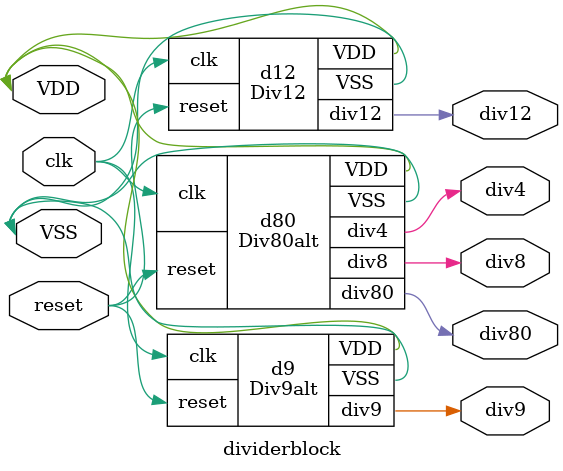
<source format=v>


module Div9alt ( reset, clk, div9, VDD, VSS );
  input reset, clk;
  output div9;
  inout VDD,  VSS;
  wire   N0, N1, midC, midD, N2, midA, midB, N3, N4, t1, N5, N6, N7, N8, N9,
         N10, N11, N12, N13, N14, N15, N16, N17, N18, N19, t2, N20, N21, N22,
         N23, N24, N25, N26, N27;

  \**SEQGEN**  midC_reg ( .clear(1'b0), .preset(1'b0), .next_state(N12), 
        .clocked_on(clk), .data_in(1'b0), .enable(1'b0), .Q(midC), 
        .synch_clear(1'b0), .synch_preset(1'b0), .synch_toggle(1'b0), 
        .synch_enable(1'b1) );
  \**SEQGEN**  midD_reg ( .clear(1'b0), .preset(1'b0), .next_state(N13), 
        .clocked_on(clk), .data_in(1'b0), .enable(1'b0), .Q(midD), 
        .synch_clear(1'b0), .synch_preset(1'b0), .synch_toggle(1'b0), 
        .synch_enable(1'b1) );
  \**SEQGEN**  t1_reg ( .clear(1'b0), .preset(1'b0), .next_state(N15), 
        .clocked_on(clk), .data_in(1'b0), .enable(1'b0), .Q(t1), .synch_clear(
        1'b0), .synch_preset(1'b0), .synch_toggle(1'b0), .synch_enable(N14) );
  \**SEQGEN**  midA_reg ( .clear(1'b0), .preset(1'b0), .next_state(N10), 
        .clocked_on(clk), .data_in(1'b0), .enable(1'b0), .Q(midA), 
        .synch_clear(1'b0), .synch_preset(1'b0), .synch_toggle(1'b0), 
        .synch_enable(1'b1) );
  \**SEQGEN**  midB_reg ( .clear(1'b0), .preset(1'b0), .next_state(N11), 
        .clocked_on(clk), .data_in(1'b0), .enable(1'b0), .Q(midB), 
        .synch_clear(1'b0), .synch_preset(1'b0), .synch_toggle(1'b0), 
        .synch_enable(1'b1) );
  \**SEQGEN**  t2_reg ( .clear(1'b0), .preset(1'b0), .next_state(N22), 
        .clocked_on(N16), .data_in(1'b0), .enable(1'b0), .Q(t2), .synch_clear(
        1'b0), .synch_preset(1'b0), .synch_toggle(1'b0), .synch_enable(N21) );
  SELECT_OP C51 ( .DATA1(1'b0), .DATA2(N7), .CONTROL1(N0), .CONTROL2(N1), .Z(
        N10) );
  GTECH_BUF B_0 ( .A(N4), .Z(N0) );
  GTECH_BUF B_1 ( .A(reset), .Z(N1) );
  SELECT_OP C52 ( .DATA1(1'b0), .DATA2(N6), .CONTROL1(N0), .CONTROL2(N1), .Z(
        N11) );
  SELECT_OP C53 ( .DATA1(1'b0), .DATA2(N5), .CONTROL1(N0), .CONTROL2(N1), .Z(
        N12) );
  SELECT_OP C54 ( .DATA1(1'b0), .DATA2(N2), .CONTROL1(N0), .CONTROL2(N1), .Z(
        N13) );
  SELECT_OP C55 ( .DATA1(1'b1), .DATA2(N8), .CONTROL1(N0), .CONTROL2(N1), .Z(
        N14) );
  SELECT_OP C56 ( .DATA1(1'b0), .DATA2(N9), .CONTROL1(N0), .CONTROL2(N1), .Z(
        N15) );
  SELECT_OP C57 ( .DATA1(1'b1), .DATA2(1'b1), .DATA3(1'b0), .CONTROL1(N0), 
        .CONTROL2(N23), .CONTROL3(N19), .Z(N21) );
  SELECT_OP C58 ( .DATA1(1'b0), .DATA2(N20), .CONTROL1(N0), .CONTROL2(N23), 
        .Z(N22) );
  GTECH_NOT I_0 ( .A(midC), .Z(N2) );
  GTECH_NOT I_1 ( .A(midB), .Z(N3) );
  GTECH_NOT I_2 ( .A(reset), .Z(N4) );
  GTECH_AND2 C66 ( .A(midA), .B(N24), .Z(N5) );
  GTECH_OR2 C67 ( .A(N3), .B(midC), .Z(N24) );
  GTECH_XOR2 C68 ( .A(midA), .B(midD), .Z(N6) );
  GTECH_OR2 C69 ( .A(N25), .B(N26), .Z(N7) );
  GTECH_AND2 C70 ( .A(midA), .B(N3), .Z(N25) );
  GTECH_AND2 C71 ( .A(midB), .B(midD), .Z(N26) );
  GTECH_AND2 C72 ( .A(N2), .B(N27), .Z(N8) );
  GTECH_NOT I_3 ( .A(midD), .Z(N27) );
  GTECH_NOT I_4 ( .A(t1), .Z(N9) );
  GTECH_NOT I_5 ( .A(clk), .Z(N16) );
  GTECH_AND2 C77 ( .A(midC), .B(midD), .Z(N17) );
  GTECH_OR2 C79 ( .A(N17), .B(N4), .Z(N18) );
  GTECH_NOT I_6 ( .A(N18), .Z(N19) );
  GTECH_NOT I_7 ( .A(t2), .Z(N20) );
  GTECH_AND2 C83 ( .A(N17), .B(reset), .Z(N23) );
  GTECH_XOR2 C84 ( .A(t1), .B(t2), .Z(div9) );
endmodule


module Div12 ( reset, clk, div12, VDD, VSS );
  input reset, clk;
  output div12;
  inout VDD,  VSS;
  wire   N0, N1, N2, N3, N4, N5, N6, N7, N8, N9, N10, N11;
  wire   [2:0] count;

  \**SEQGEN**  div12_reg ( .clear(1'b0), .preset(1'b0), .next_state(N10), 
        .clocked_on(clk), .data_in(1'b0), .enable(1'b0), .Q(div12), 
        .synch_clear(1'b0), .synch_preset(1'b0), .synch_toggle(1'b0), 
        .synch_enable(N9) );
  \**SEQGEN**  \count_reg[2]  ( .clear(1'b0), .preset(1'b0), .next_state(N8), 
        .clocked_on(clk), .data_in(1'b0), .enable(1'b0), .Q(count[2]), 
        .synch_clear(1'b0), .synch_preset(1'b0), .synch_toggle(1'b0), 
        .synch_enable(1'b1) );
  \**SEQGEN**  \count_reg[1]  ( .clear(1'b0), .preset(1'b0), .next_state(N7), 
        .clocked_on(clk), .data_in(1'b0), .enable(1'b0), .Q(count[1]), 
        .synch_clear(1'b0), .synch_preset(1'b0), .synch_toggle(1'b0), 
        .synch_enable(1'b1) );
  \**SEQGEN**  \count_reg[0]  ( .clear(1'b0), .preset(1'b0), .next_state(N6), 
        .clocked_on(clk), .data_in(1'b0), .enable(1'b0), .Q(count[0]), 
        .synch_clear(1'b0), .synch_preset(1'b0), .synch_toggle(1'b0), 
        .synch_enable(1'b1) );
  SELECT_OP C25 ( .DATA1({1'b0, 1'b0, 1'b0}), .DATA2({count[0], N2, count[1]}), 
        .CONTROL1(N0), .CONTROL2(N1), .Z({N8, N7, N6}) );
  GTECH_BUF B_0 ( .A(N3), .Z(N0) );
  GTECH_BUF B_1 ( .A(reset), .Z(N1) );
  SELECT_OP C26 ( .DATA1(1'b1), .DATA2(N4), .CONTROL1(N0), .CONTROL2(N1), .Z(
        N9) );
  SELECT_OP C27 ( .DATA1(1'b0), .DATA2(N5), .CONTROL1(N0), .CONTROL2(N1), .Z(
        N10) );
  GTECH_NOT I_0 ( .A(count[2]), .Z(N2) );
  GTECH_NOT I_1 ( .A(reset), .Z(N3) );
  GTECH_AND2 C34 ( .A(N2), .B(N11), .Z(N4) );
  GTECH_NOT I_2 ( .A(count[1]), .Z(N11) );
  GTECH_NOT I_3 ( .A(div12), .Z(N5) );
endmodule


module Div80alt ( reset, clk, div80, div4, div8, VDD, VSS );
  input reset, clk;
  output div80, div4, div8;
  inout VDD,  VSS;
  wire   N0, N1, N2, N3, N4, N5, N6, N7, N8, N9, N10, N11, N12, N13, N14, N15,
         N16, N17, N18, N19, N20, N21, N22, N23, N24, N25, N26, N27, N28, N29;
  wire   [2:0] count5;
  wire   [2:0] count8;

  \**SEQGEN**  div4_reg ( .clear(1'b0), .preset(1'b0), .next_state(N13), 
        .clocked_on(clk), .data_in(1'b0), .enable(1'b0), .Q(div4), 
        .synch_clear(1'b0), .synch_preset(1'b0), .synch_toggle(1'b0), 
        .synch_enable(1'b1) );
  \**SEQGEN**  div80_reg ( .clear(1'b0), .preset(1'b0), .next_state(N20), 
        .clocked_on(clk), .data_in(1'b0), .enable(1'b0), .Q(div80), 
        .synch_clear(1'b0), .synch_preset(1'b0), .synch_toggle(1'b0), 
        .synch_enable(N19) );
  \**SEQGEN**  \count5_reg[2]  ( .clear(1'b0), .preset(1'b0), .next_state(N18), 
        .clocked_on(clk), .data_in(1'b0), .enable(1'b0), .Q(count5[2]), 
        .synch_clear(1'b0), .synch_preset(1'b0), .synch_toggle(1'b0), 
        .synch_enable(1'b1) );
  \**SEQGEN**  \count5_reg[1]  ( .clear(1'b0), .preset(1'b0), .next_state(N17), 
        .clocked_on(clk), .data_in(1'b0), .enable(1'b0), .Q(count5[1]), 
        .synch_clear(1'b0), .synch_preset(1'b0), .synch_toggle(1'b0), 
        .synch_enable(1'b1) );
  \**SEQGEN**  \count5_reg[0]  ( .clear(1'b0), .preset(1'b0), .next_state(N16), 
        .clocked_on(clk), .data_in(1'b0), .enable(1'b0), .Q(count5[0]), 
        .synch_clear(1'b0), .synch_preset(1'b0), .synch_toggle(1'b0), 
        .synch_enable(1'b1) );
  \**SEQGEN**  div8_reg ( .clear(1'b0), .preset(1'b0), .next_state(N21), 
        .clocked_on(clk), .data_in(1'b0), .enable(1'b0), .Q(div8), 
        .synch_clear(1'b0), .synch_preset(1'b0), .synch_toggle(1'b0), 
        .synch_enable(1'b1) );
  \**SEQGEN**  \count8_reg[2]  ( .clear(1'b0), .preset(1'b0), .next_state(N15), 
        .clocked_on(clk), .data_in(1'b0), .enable(1'b0), .Q(count8[2]), 
        .synch_clear(1'b0), .synch_preset(1'b0), .synch_toggle(1'b0), 
        .synch_enable(1'b1) );
  \**SEQGEN**  \count8_reg[1]  ( .clear(1'b0), .preset(1'b0), .next_state(N14), 
        .clocked_on(clk), .data_in(1'b0), .enable(1'b0), .Q(count8[1]), 
        .synch_clear(1'b0), .synch_preset(1'b0), .synch_toggle(1'b0), 
        .synch_enable(1'b1) );
  \**SEQGEN**  \count8_reg[0]  ( .clear(1'b0), .preset(1'b0), .next_state(N13), 
        .clocked_on(clk), .data_in(1'b0), .enable(1'b0), .Q(count8[0]), 
        .synch_clear(1'b0), .synch_preset(1'b0), .synch_toggle(1'b0), 
        .synch_enable(1'b1) );
  GTECH_NOT I_0 ( .A(count5[2]), .Z(N22) );
  GTECH_OR2 C39 ( .A(count8[1]), .B(count8[2]), .Z(N23) );
  GTECH_OR2 C40 ( .A(count8[0]), .B(N23), .Z(N24) );
  GTECH_NOT I_1 ( .A(N24), .Z(N25) );
  SELECT_OP C42 ( .DATA1({1'b0, 1'b0, 1'b0}), .DATA2({N9, N10, N5}), 
        .CONTROL1(N0), .CONTROL2(N1), .Z({N15, N14, N13}) );
  GTECH_BUF B_0 ( .A(N6), .Z(N0) );
  GTECH_BUF B_1 ( .A(reset), .Z(N1) );
  SELECT_OP C43 ( .DATA1({1'b0, 1'b0, 1'b0}), .DATA2({N7, count5[0], N8}), 
        .CONTROL1(N0), .CONTROL2(N1), .Z({N18, N17, N16}) );
  SELECT_OP C44 ( .DATA1(1'b1), .DATA2(N11), .CONTROL1(N0), .CONTROL2(N1), .Z(
        N19) );
  SELECT_OP C45 ( .DATA1(1'b0), .DATA2(N12), .CONTROL1(N0), .CONTROL2(N1), .Z(
        N20) );
  SELECT_OP C46 ( .DATA1(1'b0), .DATA2(N4), .CONTROL1(N0), .CONTROL2(N1), .Z(
        N21) );
  GTECH_NOT I_2 ( .A(count5[1]), .Z(N2) );
  GTECH_AND2 C50 ( .A(count8[1]), .B(N26), .Z(N3) );
  GTECH_NOT I_3 ( .A(count8[0]), .Z(N26) );
  GTECH_NOT I_4 ( .A(count8[2]), .Z(N4) );
  GTECH_NOT I_5 ( .A(N27), .Z(N5) );
  GTECH_XOR2 C54 ( .A(count8[1]), .B(count8[2]), .Z(N27) );
  GTECH_NOT I_6 ( .A(reset), .Z(N6) );
  GTECH_OR2 C58 ( .A(N2), .B(count5[0]), .Z(N7) );
  GTECH_AND2 C59 ( .A(count5[2]), .B(N2), .Z(N8) );
  GTECH_OR2 C60 ( .A(N3), .B(N28), .Z(N9) );
  GTECH_AND2 C61 ( .A(count8[2]), .B(count8[0]), .Z(N28) );
  GTECH_OR2 C62 ( .A(N3), .B(N29), .Z(N10) );
  GTECH_AND2 C63 ( .A(N4), .B(count8[0]), .Z(N29) );
  GTECH_AND2 C64 ( .A(N22), .B(N25), .Z(N11) );
  GTECH_NOT I_7 ( .A(div80), .Z(N12) );
endmodule


module dividerblock ( reset, clk, VDD, VSS, div4, div8, div9, div12, div80 );
  input reset, clk;
  output div4, div8, div9, div12, div80;
  inout VDD,  VSS;


  Div9alt d9 ( .reset(reset), .clk(clk), .div9(div9), .VDD(VDD), .VSS(VSS) );
  Div12 d12 ( .reset(reset), .clk(clk), .div12(div12), .VDD(VDD), .VSS(VSS) );
  Div80alt d80 ( .reset(reset), .clk(clk), .div80(div80), .div4(div4), .div8(
        div8), .VDD(VDD), .VSS(VSS) );
endmodule


</source>
